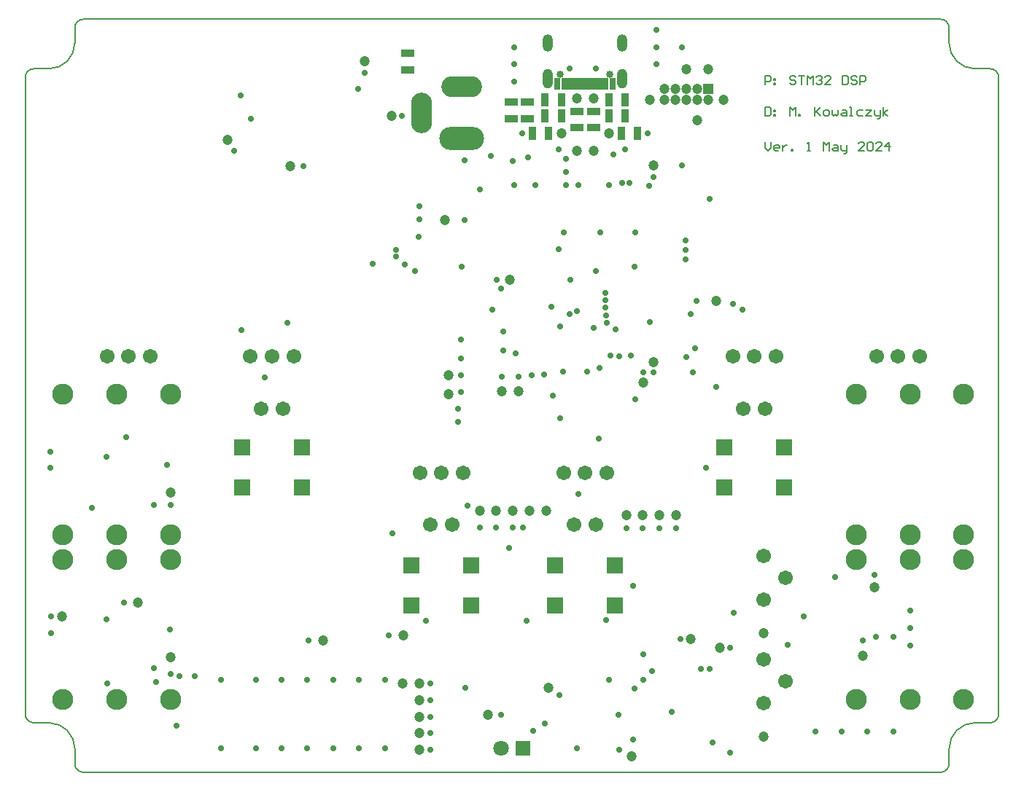
<source format=gts>
G04*
G04 #@! TF.GenerationSoftware,Altium Limited,Altium Designer,24.4.1 (13)*
G04*
G04 Layer_Color=8388736*
%FSAX44Y44*%
%MOMM*%
G71*
G04*
G04 #@! TF.SameCoordinates,A6799A11-F43C-4D9C-96F4-C4FD18313EF3*
G04*
G04*
G04 #@! TF.FilePolarity,Negative*
G04*
G01*
G75*
%ADD11C,0.2000*%
%ADD14C,0.1524*%
%ADD15C,0.1500*%
%ADD21C,1.2032*%
%ADD22R,1.5032X0.9032*%
%ADD23R,0.9032X1.5032*%
%ADD24R,0.5032X1.3532*%
%ADD25R,0.8032X1.3532*%
%ADD26O,2.4532X4.7032*%
%ADD27O,4.7032X2.4532*%
%ADD28O,5.2032X2.7032*%
%ADD29C,2.4532*%
%ADD30C,1.7032*%
%ADD31R,1.9282X1.9282*%
%ADD32C,1.8032*%
%ADD33R,1.8032X1.8032*%
%ADD34R,1.2032X1.2032*%
%ADD35O,1.2032X2.0032*%
%ADD36O,1.2032X2.3032*%
%ADD37C,0.8532*%
%ADD38C,0.7032*%
D11*
X01760000Y00715000D02*
G03*
X01730000Y00685000I00000000J-00030000D01*
G01*
X00685000Y01475000D02*
G03*
X00715000Y01505000I00000000J00030000D01*
G01*
X01730009Y01522500D02*
G03*
X01720009Y01532500I-00010000J00000000D01*
G01*
X01777500Y00714990D02*
G03*
X01787500Y00724990I00000000J00010000D01*
G01*
Y01465010D02*
G03*
X01777500Y01475010I-00010000J00000000D01*
G01*
X00667500D02*
G03*
X00657500Y01465010I00000000J-00010000D01*
G01*
X00724990Y01532500D02*
G03*
X00714990Y01522500I00000000J-00010000D01*
G01*
X01720009Y00657500D02*
G03*
X01730009Y00667500I00000000J00010000D01*
G01*
X01730000Y01505000D02*
G03*
X01760000Y01475000I00030000J00000000D01*
G01*
X00714990Y00667500D02*
G03*
X00724990Y00657500I00010000J00000000D01*
G01*
X00715000Y00685000D02*
G03*
X00685000Y00715000I-00030000J00000000D01*
G01*
X00657500Y00724990D02*
G03*
X00667500Y00714990I00010000J00000000D01*
G01*
D14*
X01516524Y01390066D02*
Y01383295D01*
X01519910Y01379910D01*
X01523295Y01383295D01*
Y01390066D01*
X01531759Y01379910D02*
X01528374D01*
X01526681Y01381602D01*
Y01384988D01*
X01528374Y01386681D01*
X01531759D01*
X01533452Y01384988D01*
Y01383295D01*
X01526681D01*
X01536837Y01386681D02*
Y01379910D01*
Y01383295D01*
X01538530Y01384988D01*
X01540223Y01386681D01*
X01541916D01*
X01546994Y01379910D02*
Y01381602D01*
X01548687D01*
Y01379910D01*
X01546994D01*
X01565615D02*
X01569000D01*
X01567308D01*
Y01390066D01*
X01565615Y01388374D01*
X01584236Y01379910D02*
Y01390066D01*
X01587621Y01386681D01*
X01591007Y01390066D01*
Y01379910D01*
X01596085Y01386681D02*
X01599471D01*
X01601163Y01384988D01*
Y01379910D01*
X01596085D01*
X01594392Y01381602D01*
X01596085Y01383295D01*
X01601163D01*
X01604549Y01386681D02*
Y01381602D01*
X01606242Y01379910D01*
X01611320D01*
Y01378217D01*
X01609627Y01376524D01*
X01607935D01*
X01611320Y01379910D02*
Y01386681D01*
X01631633Y01379910D02*
X01624862D01*
X01631633Y01386681D01*
Y01388374D01*
X01629941Y01390066D01*
X01626555D01*
X01624862Y01388374D01*
X01635019D02*
X01636712Y01390066D01*
X01640098D01*
X01641790Y01388374D01*
Y01381602D01*
X01640098Y01379910D01*
X01636712D01*
X01635019Y01381602D01*
Y01388374D01*
X01651947Y01379910D02*
X01645176D01*
X01651947Y01386681D01*
Y01388374D01*
X01650254Y01390066D01*
X01646869D01*
X01645176Y01388374D01*
X01660411Y01379910D02*
Y01390066D01*
X01655333Y01384988D01*
X01662104D01*
X01516524Y01430066D02*
Y01419910D01*
X01521602D01*
X01523295Y01421602D01*
Y01428374D01*
X01521602Y01430066D01*
X01516524D01*
X01526681Y01426681D02*
X01528374D01*
Y01424988D01*
X01526681D01*
Y01426681D01*
Y01421602D02*
X01528374D01*
Y01419910D01*
X01526681D01*
Y01421602D01*
X01545301Y01419910D02*
Y01430066D01*
X01548687Y01426681D01*
X01552072Y01430066D01*
Y01419910D01*
X01555458D02*
Y01421602D01*
X01557151D01*
Y01419910D01*
X01555458D01*
X01574079Y01430066D02*
Y01419910D01*
Y01423295D01*
X01580850Y01430066D01*
X01575772Y01424988D01*
X01580850Y01419910D01*
X01585928D02*
X01589314D01*
X01591007Y01421602D01*
Y01424988D01*
X01589314Y01426681D01*
X01585928D01*
X01584236Y01424988D01*
Y01421602D01*
X01585928Y01419910D01*
X01594392Y01426681D02*
Y01421602D01*
X01596085Y01419910D01*
X01597778Y01421602D01*
X01599471Y01419910D01*
X01601163Y01421602D01*
Y01426681D01*
X01606242D02*
X01609627D01*
X01611320Y01424988D01*
Y01419910D01*
X01606242D01*
X01604549Y01421602D01*
X01606242Y01423295D01*
X01611320D01*
X01614706Y01419910D02*
X01618091D01*
X01616398D01*
Y01430066D01*
X01614706D01*
X01629941Y01426681D02*
X01624862D01*
X01623170Y01424988D01*
Y01421602D01*
X01624862Y01419910D01*
X01629941D01*
X01633326Y01426681D02*
X01640098D01*
X01633326Y01419910D01*
X01640098D01*
X01643483Y01426681D02*
Y01421602D01*
X01645176Y01419910D01*
X01650254D01*
Y01418217D01*
X01648561Y01416524D01*
X01646869D01*
X01650254Y01419910D02*
Y01426681D01*
X01653640Y01419910D02*
Y01430066D01*
Y01423295D02*
X01658718Y01426681D01*
X01653640Y01423295D02*
X01658718Y01419910D01*
X01516524Y01456524D02*
Y01466681D01*
X01521602D01*
X01523295Y01464988D01*
Y01461602D01*
X01521602Y01459910D01*
X01516524D01*
X01526681Y01463295D02*
X01528374D01*
Y01461602D01*
X01526681D01*
Y01463295D01*
Y01458217D02*
X01528374D01*
Y01456524D01*
X01526681D01*
Y01458217D01*
X01552072Y01464988D02*
X01550380Y01466681D01*
X01546994D01*
X01545301Y01464988D01*
Y01463295D01*
X01546994Y01461602D01*
X01550380D01*
X01552072Y01459910D01*
Y01458217D01*
X01550380Y01456524D01*
X01546994D01*
X01545301Y01458217D01*
X01555458Y01466681D02*
X01562229D01*
X01558844D01*
Y01456524D01*
X01565615D02*
Y01466681D01*
X01569000Y01463295D01*
X01572386Y01466681D01*
Y01456524D01*
X01575772Y01464988D02*
X01577464Y01466681D01*
X01580850D01*
X01582543Y01464988D01*
Y01463295D01*
X01580850Y01461602D01*
X01579157D01*
X01580850D01*
X01582543Y01459910D01*
Y01458217D01*
X01580850Y01456524D01*
X01577464D01*
X01575772Y01458217D01*
X01592699Y01456524D02*
X01585928D01*
X01592699Y01463295D01*
Y01464988D01*
X01591007Y01466681D01*
X01587621D01*
X01585928Y01464988D01*
X01606242Y01466681D02*
Y01456524D01*
X01611320D01*
X01613013Y01458217D01*
Y01464988D01*
X01611320Y01466681D01*
X01606242D01*
X01623170Y01464988D02*
X01621477Y01466681D01*
X01618091D01*
X01616398Y01464988D01*
Y01463295D01*
X01618091Y01461602D01*
X01621477D01*
X01623170Y01459910D01*
Y01458217D01*
X01621477Y01456524D01*
X01618091D01*
X01616398Y01458217D01*
X01626555Y01456524D02*
Y01466681D01*
X01631633D01*
X01633326Y01464988D01*
Y01461602D01*
X01631633Y01459910D01*
X01626555D01*
D15*
X01787500Y00724990D02*
X01787500Y01465009D01*
X00667490Y01475000D02*
X00685000D01*
X00657500Y00724990D02*
X00657500Y01465009D01*
X00724990Y00657500D02*
X01720009Y00657500D01*
X00724990Y01532500D02*
X01155000D01*
X01760000Y00715000D02*
X01777509D01*
X00715000Y01505000D02*
Y01522510D01*
X01730000Y01505000D02*
Y01522510D01*
X01155000Y01532500D02*
X01720009Y01532500D01*
X01760000Y01475000D02*
X01777509D01*
X01730000Y00667490D02*
Y00685000D01*
X00715000Y00667491D02*
Y00685000D01*
X00667490Y00715000D02*
X00685000D01*
D21*
X00965250Y01362250D02*
D03*
X00892500Y01392500D02*
D03*
X01051150Y01483750D02*
D03*
X01082500Y01420000D02*
D03*
X01279750Y01400000D02*
D03*
X01386500Y01362500D02*
D03*
X01334750Y01400000D02*
D03*
X01317000Y01440250D02*
D03*
X01297500D02*
D03*
X01317000Y01379750D02*
D03*
X01297500D02*
D03*
X01382250Y01438750D02*
D03*
X01425000Y01474750D02*
D03*
X01450250D02*
D03*
X01437750Y01415250D02*
D03*
X01467750Y01438500D02*
D03*
X01459750Y01205000D02*
D03*
X01514750Y00819450D02*
D03*
X01514850Y00698850D02*
D03*
X01463750Y00802000D02*
D03*
X01429750Y00812500D02*
D03*
X01413000Y00956500D02*
D03*
X01393750D02*
D03*
X01374500D02*
D03*
X01355250D02*
D03*
X01386500Y01134000D02*
D03*
X01375000Y01110500D02*
D03*
X01149000Y01118500D02*
D03*
Y01096500D02*
D03*
X01230500Y01100000D02*
D03*
X01210500D02*
D03*
X01204250Y00961250D02*
D03*
X01185000D02*
D03*
X01262000Y00961500D02*
D03*
X01242750Y00961500D02*
D03*
X01223500Y00961500D02*
D03*
X01264750Y00755620D02*
D03*
X01361500Y00675750D02*
D03*
X01194250Y00724250D02*
D03*
X01115000Y00760500D02*
D03*
Y00741250D02*
D03*
Y00722000D02*
D03*
Y00702750D02*
D03*
Y00683500D02*
D03*
X01095750Y00760500D02*
D03*
X01096044Y00816410D02*
D03*
X01002868Y00810827D02*
D03*
X00700000Y00838750D02*
D03*
X00788000Y00855000D02*
D03*
X00826000Y00791000D02*
D03*
X01643000Y00872750D02*
D03*
X00826000Y00982500D02*
D03*
X01220000Y01230000D02*
D03*
X01145000Y01299000D02*
D03*
X01630000Y00793250D02*
D03*
X01399600Y01438650D02*
D03*
Y01451350D02*
D03*
X01450400Y01438650D02*
D03*
X01437700Y01451350D02*
D03*
Y01438650D02*
D03*
X01425000Y01451350D02*
D03*
Y01438650D02*
D03*
X01412300Y01451350D02*
D03*
Y01438650D02*
D03*
D22*
X01101750Y01492750D02*
D03*
Y01473750D02*
D03*
X01240750Y01436250D02*
D03*
Y01417250D02*
D03*
X01221772Y01436250D02*
D03*
Y01417250D02*
D03*
X01297500Y01425500D02*
D03*
Y01406500D02*
D03*
X01317000Y01425500D02*
D03*
Y01406500D02*
D03*
D23*
X01260750Y01420000D02*
D03*
X01279750D02*
D03*
X01353750Y01439000D02*
D03*
X01334750D02*
D03*
X01353750Y01420000D02*
D03*
X01334750D02*
D03*
X01368500Y01400000D02*
D03*
X01349500D02*
D03*
X01260750Y01439000D02*
D03*
X01279750D02*
D03*
X01246000Y01400000D02*
D03*
X01265000D02*
D03*
D24*
X01309750Y01457450D02*
D03*
X01314750D02*
D03*
X01319750D02*
D03*
X01324750D02*
D03*
X01304750D02*
D03*
X01299750D02*
D03*
X01294750D02*
D03*
X01289750D02*
D03*
D25*
X01275250D02*
D03*
X01283250D02*
D03*
X01331250D02*
D03*
X01339250D02*
D03*
D26*
X01117250Y01424000D02*
D03*
D27*
X01164250Y01454000D02*
D03*
D28*
Y01394000D02*
D03*
D29*
X01747000Y01096500D02*
D03*
X01684500D02*
D03*
X01622000D02*
D03*
Y00933500D02*
D03*
X01684500D02*
D03*
X01747000D02*
D03*
Y00742000D02*
D03*
X01684500D02*
D03*
X01622000D02*
D03*
Y00905000D02*
D03*
X01684500D02*
D03*
X01747000D02*
D03*
X00701000Y00933500D02*
D03*
X00763500D02*
D03*
X00826000D02*
D03*
Y01096500D02*
D03*
X00763500D02*
D03*
X00701000D02*
D03*
Y00905000D02*
D03*
X00763500D02*
D03*
X00826000D02*
D03*
Y00742000D02*
D03*
X00763500D02*
D03*
X00701000D02*
D03*
D30*
X00931300Y01079750D02*
D03*
X00956700D02*
D03*
X01540150Y00883850D02*
D03*
X01514750Y00909250D02*
D03*
Y00858450D02*
D03*
X01540250Y00763250D02*
D03*
X01514850Y00788650D02*
D03*
Y00737850D02*
D03*
X01307250Y01005750D02*
D03*
X01332250D02*
D03*
X01282250D02*
D03*
X01140750D02*
D03*
X01165750D02*
D03*
X01115750D02*
D03*
X01128050Y00945000D02*
D03*
X01153450D02*
D03*
X01670500Y01140500D02*
D03*
X01695500D02*
D03*
X01645500D02*
D03*
X01504000D02*
D03*
X01529000D02*
D03*
X01479000D02*
D03*
X00944000Y01140500D02*
D03*
X00969000D02*
D03*
X00919000D02*
D03*
X00777500Y01140500D02*
D03*
X00802500D02*
D03*
X00752500D02*
D03*
X01491300Y01079750D02*
D03*
X01516700D02*
D03*
X01294550Y00945000D02*
D03*
X01319950D02*
D03*
D31*
X00909343Y01034798D02*
D03*
X00978657D02*
D03*
Y00988202D02*
D03*
X00909343D02*
D03*
X01469343Y01034798D02*
D03*
X01538657D02*
D03*
Y00988202D02*
D03*
X01469343D02*
D03*
X01272593Y00898298D02*
D03*
X01341907D02*
D03*
Y00851702D02*
D03*
X01272593D02*
D03*
X01106093Y00898298D02*
D03*
X01175407D02*
D03*
Y00851702D02*
D03*
X01106093D02*
D03*
D32*
X01209800Y00685000D02*
D03*
D33*
X01235200D02*
D03*
D34*
X01450400Y01451350D02*
D03*
D35*
X01264050Y01505000D02*
D03*
X01350450D02*
D03*
D36*
X01264050Y01463200D02*
D03*
X01350450D02*
D03*
D37*
X01278350Y01468200D02*
D03*
X01336150D02*
D03*
D38*
X00826000Y00772000D02*
D03*
X01205000Y01230000D02*
D03*
X00687750Y00838500D02*
D03*
X00772500Y00855000D02*
D03*
X01051150Y01470558D02*
D03*
X01167500Y01299000D02*
D03*
X01475750Y00680000D02*
D03*
X01476000Y00802000D02*
D03*
X01277754Y00747246D02*
D03*
X00986370Y00811030D02*
D03*
X01079343Y00816816D02*
D03*
X01365500Y01091250D02*
D03*
X01259750Y01120000D02*
D03*
X01270000Y01095000D02*
D03*
X01245540Y01119003D02*
D03*
X01375000Y01122250D02*
D03*
X01336791Y01141578D02*
D03*
X01324250Y01127000D02*
D03*
X01347250Y01140500D02*
D03*
X01360911Y01142136D02*
D03*
X01309642Y01123404D02*
D03*
X01110000Y01240000D02*
D03*
X01115000Y01300000D02*
D03*
Y01315000D02*
D03*
X01185000Y01335000D02*
D03*
X01420000Y01500000D02*
D03*
X01390000Y01480000D02*
D03*
Y01500000D02*
D03*
Y01520000D02*
D03*
X01225000Y01500000D02*
D03*
Y01480000D02*
D03*
Y01460000D02*
D03*
X01167237Y01368913D02*
D03*
X01198178Y01374068D02*
D03*
X01223110Y01367442D02*
D03*
X01225000Y01340000D02*
D03*
X01250000D02*
D03*
X01300000D02*
D03*
X01285000D02*
D03*
Y01355000D02*
D03*
Y01370000D02*
D03*
X01340000Y01375000D02*
D03*
X01335000Y01340000D02*
D03*
X01381730Y01338853D02*
D03*
X01365740Y01285161D02*
D03*
X01282915Y01284436D02*
D03*
X01325125Y01284726D02*
D03*
X01365000Y01245000D02*
D03*
X01320000Y01240000D02*
D03*
X01290000Y01230000D02*
D03*
X01210000Y01220000D02*
D03*
X01200000Y01195000D02*
D03*
X01212184Y01169249D02*
D03*
X01212601Y01147852D02*
D03*
X01281812Y01122958D02*
D03*
X01160000Y01065000D02*
D03*
Y01080000D02*
D03*
X01460000Y01105000D02*
D03*
X01435000Y01150000D02*
D03*
X01430000Y01190000D02*
D03*
X01490000Y01195000D02*
D03*
X00885000Y00685000D02*
D03*
Y00765000D02*
D03*
X00809371Y00762482D02*
D03*
X00836083Y00768897D02*
D03*
X00854592Y00768792D02*
D03*
X00832958Y00711728D02*
D03*
X00925000Y00685000D02*
D03*
Y00765000D02*
D03*
X00955000Y00685000D02*
D03*
Y00765000D02*
D03*
X00985000Y00685000D02*
D03*
Y00765000D02*
D03*
X01015000Y00685000D02*
D03*
Y00765000D02*
D03*
X01045000Y00685000D02*
D03*
Y00765000D02*
D03*
X01075000Y00685000D02*
D03*
Y00765000D02*
D03*
X01375000Y00795000D02*
D03*
X01335000Y00765000D02*
D03*
X01365000Y00755000D02*
D03*
X01375000Y00765000D02*
D03*
X01385000Y00775000D02*
D03*
X01575000Y00705000D02*
D03*
X01605000D02*
D03*
X01635000D02*
D03*
X01665000D02*
D03*
X01645000Y00815000D02*
D03*
X01665000D02*
D03*
X01685000Y00805000D02*
D03*
Y00825000D02*
D03*
Y00845000D02*
D03*
X00980250Y01362250D02*
D03*
X01332500Y01180000D02*
D03*
X01317521Y01173820D02*
D03*
X01382500Y01180500D02*
D03*
X01342500Y01172250D02*
D03*
X01239500Y00833250D02*
D03*
X01432250Y01122250D02*
D03*
X01170500Y00967500D02*
D03*
X01424500Y01140000D02*
D03*
X01226500Y01144000D02*
D03*
X01230500Y01116750D02*
D03*
X01210500D02*
D03*
X01163250Y01099750D02*
D03*
Y01118500D02*
D03*
X00908500Y01171750D02*
D03*
X01163500Y01138500D02*
D03*
X01323233Y01044782D02*
D03*
X01289250Y01190000D02*
D03*
X01278500Y01175500D02*
D03*
X01268500Y01198500D02*
D03*
X01423847Y01253882D02*
D03*
X01423850Y01275768D02*
D03*
X01088000Y01264500D02*
D03*
X01098091Y01247960D02*
D03*
X01061250Y01248000D02*
D03*
X01277000Y01265000D02*
D03*
X01423850Y01264825D02*
D03*
X01122500Y00833750D02*
D03*
X01084000Y00934750D02*
D03*
X01164500Y01245000D02*
D03*
X01332000Y00834750D02*
D03*
X01088000Y01256960D02*
D03*
X01260750Y00714000D02*
D03*
X00825250Y00823000D02*
D03*
X01331500Y01188500D02*
D03*
X01413000Y00941000D02*
D03*
X01331000Y01206000D02*
D03*
X01331250Y01197250D02*
D03*
X01331000Y01214750D02*
D03*
X01386500Y01122250D02*
D03*
X01452250Y01324000D02*
D03*
X01386500Y01349000D02*
D03*
X00961750Y01179500D02*
D03*
X01163500Y01160522D02*
D03*
X01436750Y01205000D02*
D03*
X01354000Y01381500D02*
D03*
X01289750Y01475500D02*
D03*
X01319750D02*
D03*
X01355250Y00941000D02*
D03*
X01374500D02*
D03*
X01393750D02*
D03*
X01418500Y00812500D02*
D03*
X00908000Y01444000D02*
D03*
X00919500Y01416500D02*
D03*
X01044000Y01451750D02*
D03*
X00752750Y00760750D02*
D03*
X01168250Y00755500D02*
D03*
X01298000Y00685000D02*
D03*
X01210250Y00724250D02*
D03*
X01347000Y00684000D02*
D03*
X01346500Y00724500D02*
D03*
X01408100Y00727750D02*
D03*
X01643000Y00886500D02*
D03*
X01630000Y00810500D02*
D03*
X01561500Y00838750D02*
D03*
X01451750Y00777250D02*
D03*
X01247500Y00705500D02*
D03*
X01455500Y00691750D02*
D03*
X01362750Y00695500D02*
D03*
X01128000Y00760500D02*
D03*
Y00741250D02*
D03*
Y00722000D02*
D03*
Y00702750D02*
D03*
Y00683500D02*
D03*
X00775000Y01046500D02*
D03*
X00687750Y00819500D02*
D03*
X00687000Y01030250D02*
D03*
X00752000Y00835250D02*
D03*
X00826000Y00968500D02*
D03*
X00821841Y01014663D02*
D03*
X00807000Y00968500D02*
D03*
X00687000Y01011250D02*
D03*
X00752000Y01024000D02*
D03*
X01299200Y00981200D02*
D03*
X01448000Y01011000D02*
D03*
X01276750Y01381500D02*
D03*
X01240766Y01372000D02*
D03*
X01114500Y01280000D02*
D03*
X01278840Y01068489D02*
D03*
X01297750Y01193750D02*
D03*
X01185000Y00942000D02*
D03*
X01204250D02*
D03*
X01223500Y00942250D02*
D03*
X01235250D02*
D03*
X01219250Y00918250D02*
D03*
X01095000Y01420000D02*
D03*
X01234500Y01400000D02*
D03*
X01380000D02*
D03*
X00900000Y01380000D02*
D03*
X00935950Y01115950D02*
D03*
X00735000Y00965000D02*
D03*
X01442250Y00777250D02*
D03*
X00807000Y00778250D02*
D03*
X01597250Y00884750D02*
D03*
X01542250Y00805250D02*
D03*
X01480000Y00842500D02*
D03*
X01420000Y01362500D02*
D03*
X01479000Y01202000D02*
D03*
X01363250Y00874500D02*
D03*
X01359198Y01342611D02*
D03*
X01350802D02*
D03*
M02*

</source>
